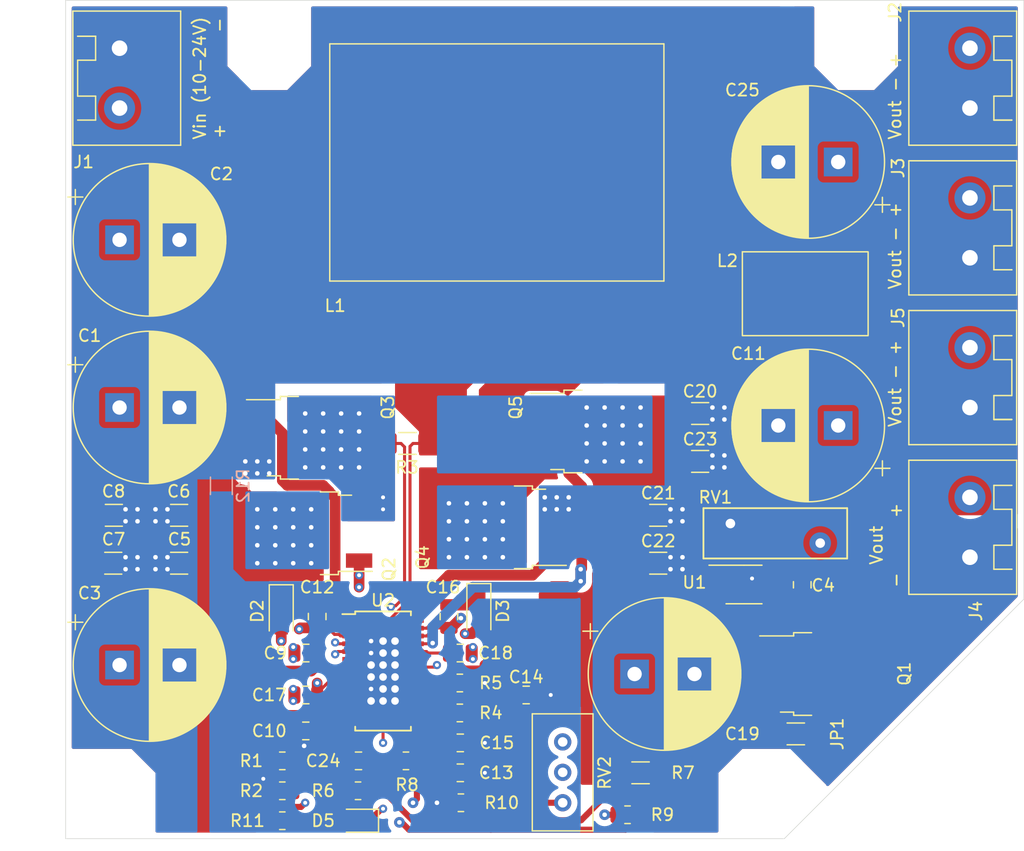
<source format=kicad_pcb>
(kicad_pcb (version 20211014) (generator pcbnew)
  (layers (0 "F.Cu" signal) (1 "In1.Cu" signal) (2 "In2.Cu" signal) (31 "B.Cu" signal) (34 "B.Paste" user) (35 "F.Paste" user) (36 "B.SilkS" user "B.Silkscreen") (37 "F.SilkS" user "F.Silkscreen") (38 "B.Mask" user) (39 "F.Mask" user) (44 "Edge.Cuts" user))
  (net 0 "")
  (net 1 "GND")
  (net 2 "Net-(C1-Pad1)")
  (net 3 "Net-(C11-Pad1)")
  (net 4 "Net-(C10-Pad1)")
  (net 5 "Net-(C12-Pad2)")
  (net 6 "Net-(C12-Pad1)")
  (net 7 "Net-(C13-Pad1)")
  (net 8 "Net-(C14-Pad1)")
  (net 9 "Net-(C15-Pad1)")
  (net 10 "Net-(C16-Pad2)")
  (net 11 "Net-(C16-Pad1)")
  (net 12 "+5V")
  (net 13 "Net-(C18-Pad1)")
  (net 14 "/ISP")
  (net 15 "/ISN")
  (net 16 "Net-(D5-Pad2)")
  (net 17 "/~{PGOOD}")
  (net 18 "/REG_OUT")
  (net 19 "Net-(L1-Pad1)")
  (net 20 "Net-(Q1-Pad1)")
  (net 21 "/TG1")
  (net 22 "Net-(Q3-Pad1)")
  (net 23 "Net-(Q4-Pad1)")
  (net 24 "/TG2")
  (net 25 "Net-(R1-Pad2)")
  (net 26 "Net-(R5-Pad1)")
  (net 27 "Net-(R9-Pad1)")
  (net 28 "/FB")
  (net 33 "GNDPWR")
  (net 34 "Net-(C25-Pad1)")
  (footprint "Capacitor_SMD:C_1206_3216Metric" (layer "F.Cu") (at 34.475 63)
    (fp_text reference "C6")
    (fp_text value "10µF/35V")
  )
  (footprint "Capacitor_SMD:C_1206_3216Metric" (layer "F.Cu") (at 28.975 67 180)
    (fp_text reference "C7")
    (fp_text value "10µF/35V")
  )
  (footprint "Capacitor_SMD:C_0805_2012Metric" (layer "F.Cu") (at 57.95 82)
    (fp_text reference "C15")
    (fp_text value "NI")
  )
  (footprint "Capacitor_SMD:C_0805_2012Metric" (layer "F.Cu") (at 57 71.45 90)
    (fp_text reference "C16")
    (fp_text value "2.2µF/16V")
  )
  (footprint "Capacitor_SMD:C_0805_2012Metric" (layer "F.Cu") (at 57.95 74.5)
    (fp_text reference "C18")
    (fp_text value "1µF/35V")
  )
  (footprint "Capacitor_SMD:C_1206_3216Metric" (layer "F.Cu") (at 77.975 54.5)
    (fp_text reference "C20")
    (fp_text value "22µF/35V")
  )
  (footprint "Capacitor_SMD:C_1206_3216Metric" (layer "F.Cu") (at 74.475 63)
    (fp_text reference "C21")
    (fp_text value "22µF/35V")
  )
  (footprint "Capacitor_SMD:C_1206_3216Metric" (layer "F.Cu") (at 74.475 67)
    (fp_text reference "C22")
    (fp_text value "22µF/35V")
  )
  (footprint "Capacitor_SMD:C_1206_3216Metric" (layer "F.Cu") (at 77.975 58.5)
    (fp_text reference "C23")
    (fp_text value "22µF/35V")
  )
  (footprint "Capacitor_SMD:C_0805_2012Metric" (layer "F.Cu") (at 49.45 83.5 180)
    (fp_text reference "C24")
    (fp_text value "1µF/35V")
  )
  (footprint "Diode_SMD:D_0805_2012Metric" (layer "F.Cu") (at 49.4375 88.5 180)
    (fp_text reference "D5")
    (fp_text value "LED")
  )
  (footprint "t-top:OSTTA020161" (layer "F.Cu") (at 29.5 26.5 -90)
    (fp_text reference "J1")
    (fp_text value "VIN 10-24V")
  )
  (footprint "t-top:OSTTA020161" (layer "F.Cu") (at 100.5 26.5 90)
    (fp_text reference "J2")
    (fp_text value "VOUT")
  )
  (footprint "t-top:OSTTA020161" (layer "F.Cu") (at 100.5 39 90)
    (fp_text reference "J3")
    (fp_text value "VOUT")
  )
  (footprint "t-top:OSTTA020161" (layer "F.Cu") (at 100.5 64 90)
    (fp_text reference "J4")
    (fp_text value "VOUT")
  )
  (footprint "t-top:OSTTA020161" (layer "F.Cu") (at 100.5 51.5 90)
    (fp_text reference "J5")
    (fp_text value "VOUT")
  )
  (footprint "Resistor_SMD:R_0805_2012Metric" (layer "F.Cu") (at 43.0875 83.5)
    (fp_text reference "R1")
    (fp_text value "412k")
  )
  (footprint "Resistor_SMD:R_0805_2012Metric" (layer "F.Cu") (at 43.0875 86 180)
    (fp_text reference "R2")
    (fp_text value "80.6k")
  )
  (footprint "Resistor_SMD:R_0805_2012Metric" (layer "F.Cu") (at 57.9125 79.5)
    (fp_text reference "R4")
    (fp_text value "12k")
  )
  (footprint "Resistor_SMD:R_0805_2012Metric" (layer "F.Cu") (at 57.9125 77)
    (fp_text reference "R5")
    (fp_text value "309k")
  )
  (footprint "Resistor_SMD:R_1206_3216Metric" (layer "F.Cu") (at 73 84.5 180)
    (fp_text reference "R7")
    (fp_text value "RIS")
  )
  (footprint "Resistor_SMD:R_0805_2012Metric" (layer "F.Cu") (at 53.4125 83.5)
    (fp_text reference "R8")
    (fp_text value "10k")
  )
  (footprint "Resistor_SMD:R_0805_2012Metric" (layer "F.Cu") (at 71.9125 88)
    (fp_text reference "R9")
    (fp_text value "FB3")
  )
  (footprint "Resistor_SMD:R_0805_2012Metric" (layer "F.Cu") (at 43.0875 88.5)
    (fp_text reference "R11")
    (fp_text value "301")
  )
  (footprint "Varistor:RV_Disc_D12mm_W4.2mm_P7.5mm" (layer "F.Cu") (at 88 65.32 180)
    (fp_text reference "RV1")
    (fp_text value "V27ZA2P")
  )
  (footprint "Capacitor_SMD:C_1206_3216Metric" (layer "F.Cu") (at 34.475 67)
    (fp_text reference "C5")
    (fp_text value "10µF/35V")
  )
  (footprint "MountingHole:MountingHole_3.2mm_M3" (layer "F.Cu") (at 29 86)
    (fp_text reference "REF**" hide)
    (fp_text value "MountingHole_3.2mm_M3")
  )
  (footprint "MountingHole:MountingHole_3.2mm_M3" (layer "F.Cu") (at 83 86)
    (fp_text reference "REF**" hide)
    (fp_text value "MountingHole_3.2mm_M3")
  )
  (footprint "MountingHole:MountingHole_3.2mm_M3" (layer "F.Cu") (at 91 24)
    (fp_text reference "REF**" hide)
    (fp_text value "MountingHole_3.2mm_M3")
  )
  (footprint "Resistor_SMD:R_0805_2012Metric" (layer "F.Cu") (at 49.4125 86)
    (fp_text reference "R6")
    (fp_text value "10k")
  )
  (footprint "MountingHole:MountingHole_3.2mm_M3" (layer "F.Cu") (at 42 24)
    (fp_text reference "REF**" hide)
    (fp_text value "MountingHole_3.2mm_M3")
  )
  (footprint "Capacitor_THT:CP_Radial_D12.5mm_P5.00mm" (layer "F.Cu") (at 29.5 54)
    (fp_text reference "C1")
    (fp_text value "1000µF/35V")
  )
  (footprint "Capacitor_THT:CP_Radial_D12.5mm_P5.00mm" (layer "F.Cu") (at 29.5 75.5)
    (fp_text reference "C3")
    (fp_text value "1000µF/35V")
  )
  (footprint "Package_TO_SOT_SMD:TO-252-2" (layer "F.Cu") (at 69.075 56)
    (fp_text reference "Q5")
    (fp_text value "TK1R4S04PB")
  )
  (footprint "Capacitor_THT:CP_Radial_D12.5mm_P5.00mm" (layer "F.Cu") (at 89.5 55.5 180)
    (fp_text reference "C11")
    (fp_text value "1000µF/35V")
  )
  (footprint "Capacitor_THT:CP_Radial_D12.5mm_P5.00mm" (layer "F.Cu") (at 89.5 33.5 180)
    (fp_text reference "C25")
    (fp_text value "1000µF/35V")
  )
  (footprint "Package_TO_SOT_SMD:TO-252-2" (layer "F.Cu") (at 88.25 76.25)
    (fp_text reference "Q1")
    (fp_text value "TK1R4S04PB")
  )
  (footprint "Resistor_SMD:R_1206_3216Metric" (layer "F.Cu") (at 85.9625 81.25)
    (fp_text reference "JP1")
    (fp_text value "Jumper")
  )
  (footprint "Capacitor_SMD:C_0805_2012Metric" (layer "F.Cu") (at 86.5 68.8 -90)
    (fp_text reference "C4")
    (fp_text value "47nF/35V")
  )
  (footprint "Package_SO:MSOP-8_3x3mm_P0.65mm" (layer "F.Cu") (at 81.6375 68.775)
    (fp_text reference "U1")
    (fp_text value "LTC4359-MS8")
  )
  (footprint "Package_TO_SOT_SMD:TO-252-2" (layer "F.Cu") (at 61.5 64 180)
    (fp_text reference "Q4")
    (fp_text value "TK1R4S04PB")
  )
  (footprint "Capacitor_SMD:C_0805_2012Metric" (layer "F.Cu") (at 45.05 81 180)
    (fp_text reference "C10")
    (fp_text value "0.47µF/16V")
  )
  (footprint "Capacitor_SMD:C_0805_2012Metric" (layer "F.Cu") (at 46 71.45 90)
    (fp_text reference "C12")
    (fp_text value "2.2µF/16V")
  )
  (footprint "Diode_SMD:D_SOD-123F" (layer "F.Cu") (at 43 71 -90)
    (fp_text reference "D2")
    (fp_text value "SS2040LL")
  )
  (footprint "Capacitor_SMD:C_0805_2012Metric" (layer "F.Cu") (at 45.05 78 180)
    (fp_text reference "C17")
    (fp_text value "4.7µF/16V")
  )
  (footprint "Capacitor_SMD:C_0805_2012Metric" (layer "F.Cu") (at 45.05 74.5 180)
    (fp_text reference "C9")
    (fp_text value "1µF/35V")
  )
  (footprint "Diode_SMD:D_SOD-123F" (layer "F.Cu") (at 59.5 70.9 -90)
    (fp_text reference "D3")
    (fp_text value "SS2040LL")
  )
  (footprint "Package_SO:TSSOP-28-1EP_4.4x9.7mm_P0.65mm" (layer "F.Cu") (at 51.5 76)
    (fp_text reference "U2")
    (fp_text value "LT8392")
  )
  (footprint "Capacitor_THT:CP_Radial_D12.5mm_P5.00mm" (layer "F.Cu") (at 72.5 76.25)
    (fp_text reference "C19")
    (fp_text value "470µF/35V")
  )
  (footprint "Package_TO_SOT_SMD:TO-252-2" (layer "F.Cu") (at 45.4 56.525)
    (fp_text reference "Q3")
    (fp_text value "TK1R4S04PB")
  )
  (footprint "Capacitor_SMD:C_0805_2012Metric" (layer "F.Cu") (at 57.95 84.5)
    (fp_text reference "C13")
    (fp_text value "220nF/16V")
  )
  (footprint "Package_TO_SOT_SMD:TO-252-2" (layer "F.Cu") (at 45.3 64.5 180)
    (fp_text reference "Q2")
    (fp_text value "TK1R4S04PB")
  )
  (footprint "Capacitor_THT:CP_Radial_D12.5mm_P5.00mm" (layer "F.Cu") (at 29.5 40)
    (fp_text reference "C2")
    (fp_text value "1000µF/35V")
  )
  (footprint "Resistor_SMD:R_0805_2012Metric" (layer "F.Cu") (at 58 87)
    (fp_text reference "R10")
    (fp_text value "10k")
  )
  (footprint "Capacitor_SMD:C_0805_2012Metric" (layer "F.Cu") (at 63.45 78)
    (fp_text reference "C14")
    (fp_text value "27nF/16V")
  )
  (footprint "Potentiometer_THT:Potentiometer_Bourns_3296W_Vertical" (layer "F.Cu") (at 66.5 87 -90)
    (fp_text reference "RV2")
    (fp_text value "20k")
  )
  (footprint "Capacitor_SMD:C_1206_3216Metric" (layer "F.Cu") (at 29.025 63 180)
    (fp_text reference "C8")
    (fp_text value "10µF/35V")
  )
  (footprint "t-top:PQ2617BHA-150K" (layer "F.Cu") (at 61 34)
    (fp_text reference "L1")
    (fp_text value "15µH (PQ2617BHA-150K)")
  )
  (footprint "Resistor_SMD:R_1206_3216Metric" (layer "F.Cu") (at 53.5375 57)
    (fp_text reference "R3")
    (fp_text value "0.003/1W")
  )
  (footprint "t-top:PA4987.XXXHL" (layer "F.Cu") (at 86.5 44.5)
    (fp_text reference "L2")
    (fp_text value "1µH (PA4987.102HLT)")
  )
  (footprint "Resistor_SMD:R_1206_3216Metric" (layer "B.Cu") (at 38 60.5375 90)
    (fp_text reference "R12")
    (fp_text value "0")
  )
  (gr_line (start 105 70) (end 105 20) (layer "Edge.Cuts") (width 0.05))
  (gr_line (start 25 20) (end 105 20) (layer "Edge.Cuts") (width 0.05))
  (gr_line (start 25 20) (end 25 90) (layer "Edge.Cuts") (width 0.05))
  (gr_line (start 25 90) (end 85 90) (layer "Edge.Cuts") (width 0.05))
  (gr_line (start 85 90) (end 105 70) (layer "Edge.Cuts") (width 0.05))
  (gr_text "Vout - +" (at 94.25 28 90) (layer "F.SilkS") (effects (font (size 1 1))))
  (gr_text "Vout\n-      +" (at 93.5 65.5 90) (layer "F.SilkS") (effects (font (size 1 1))))
  (gr_text "Vout - +" (at 94.25 52 90) (layer "F.SilkS") (effects (font (size 1 1))))
  (gr_text "Vin (10-24V)\n+          -" (at 37 26.5 90) (layer "F.SilkS") (effects (font (size 1 1))))
  (gr_text "Vout - +" (at 94.25 40.5 90) (layer "F.SilkS") (effects (font (size 1 1))))
  (segment (start 58.9 84.5) (end 60 84.5) (width 0.508) (layer "F.Cu") (net 1))
  (segment (start 44.1 81) (end 44.1 81.439) (width 0.508) (layer "F.Cu") (net 1))
  (segment (start 42.175 85.675) (end 41.5 85) (width 0.508) (layer "F.Cu") (net 1))
  (segment (start 58.825 77) (end 60 77) (width 0.508) (layer "F.Cu") (net 1))
  (segment (start 64.4 78) (end 65.5 78) (width 0.508) (layer "F.Cu") (net 1))
  (segment (start 44.1 81.439) (end 44.911 82.25) (width 0.508) (layer "F.Cu") (net 1))
  (segment (start 48.65 77.625) (end 50.375 77.625) (width 0.254) (layer "F.Cu") (net 1))
  (segment (start 57.0875 87) (end 56 87) (width 0.508) (layer "F.Cu") (net 1))
  (segment (start 50.375 77.625) (end 50.5 77.5) (width 0.254) (layer "F.Cu") (net 1))
  (segment (start 42.175 86) (end 42.175 85.675) (width 0.508) (layer "F.Cu") (net 1))
  (segment (start 58.9 82) (end 60 82) (width 0.508) (layer "F.Cu") (net 1))
  (via (at 51.5 77.5) (size 1.016) (drill 0.635) (layers "F.Cu" "B.Cu") (net 1))
  (via (at 51.5 74.5) (size 1.016) (drill 0.635) (layers "F.Cu" "B.Cu") (net 1))
  (via (at 52.5 78.5) (size 1.016) (drill 0.635) (layers "F.Cu" "B.Cu") (net 1))
  (via (at 44.911 82.25) (size 0.889) (drill 0.381) (layers "F.Cu" "B.Cu") (net 1))
  (via (at 51.5 75.5) (size 1.016) (drill 0.635) (layers "F.Cu" "B.Cu") (net 1))
  (via (at 65.5 78) (size 0.6858) (drill 0.3302) (layers "F.Cu" "B.Cu") (net 1))
  (via (at 50.5 75.5) (size 1.016) (drill 0.635) (layers "F.Cu" "B.Cu") (net 1))
  (via (at 60 77) (size 0.6858) (drill 0.3302) (layers "F.Cu" "B.Cu") (net 1))
  (via (at 56 87) (size 0.889) (drill 0.381) (layers "F.Cu" "B.Cu") (net 1))
  (via (at 52.5 77.5) (size 1.016) (drill 0.635) (layers "F.Cu" "B.Cu") (net 1))
  (via (at 50.5 77.5) (size 0.889) (drill 0.381) (layers "F.Cu" "B.Cu") (net 1))
  (via (at 51.5 76.5) (size 1.016) (drill 0.635) (layers "F.Cu" "B.Cu") (net 1))
  (via (at 50.5 78.5) (size 1.016) (drill 0.635) (layers "F.Cu" "B.Cu") (net 1))
  (via (at 50.5 74.5) (size 0.889) (drill 0.381) (layers "F.Cu" "B.Cu") (net 1))
  (via (at 52.5 74.5) (size 1.016) (drill 0.635) (layers "F.Cu" "B.Cu") (net 1))
  (via (at 52.5 76.5) (size 1.016) (drill 0.635) (layers "F.Cu" "B.Cu") (net 1))
  (via (at 60 82) (size 0.6858) (drill 0.3302) (layers "F.Cu" "B.Cu") (net 1))
  (via (at 50.5 76.5) (size 1.016) (drill 0.635) (layers "F.Cu" "B.Cu") (net 1))
  (via (at 52.5 75.5) (size 1.016) (drill 0.635) (layers "F.Cu" "B.Cu") (net 1))
  (via (at 60 84.5) (size 0.6858) (drill 0.3302) (layers "F.Cu" "B.Cu") (net 1))
  (via (at 50.5 73.5) (size 0.889) (drill 0.381) (layers "F.Cu" "B.Cu") (net 1))
  (via (at 51.5 78.5) (size 1.016) (drill 0.635) (layers "F.Cu" "B.Cu") (net 1))
  (via (at 52.5 73.5) (size 1.016) (drill 0.635) (layers "F.Cu" "B.Cu") (net 1))
  (via (at 41.5 85) (size 0.6858) (drill 0.3302) (layers "F.Cu" "B.Cu") (net 1))
  (via (at 51.5 73.5) (size 1.016) (drill 0.635) (layers "F.Cu" "B.Cu") (net 1))
  (segment (start 43.2 64.5) (end 43.2 63.3) (width 0.889) (layer "F.Cu") (net 2))
  (segment (start 43.2 66.3) (end 42.5 67) (width 0.889) (layer "F.Cu") (net 2))
  (segment (start 42 77) (end 42 83.325) (width 0.889) (layer "F.Cu") (net 2))
  (segment (start 42 64.5) (end 41 65.5) (width 0.889) (layer "F.Cu") (net 2))
  (segment (start 46 75.5) (end 45.5 76) (width 0.889) (layer "F.Cu") (net 2))
  (segment (start 43.2 64.8) (end 41 67) (width 0.889) (layer "F.Cu") (net 2))
  (segment (start 45 64.5) (end 45.5 64) (width 0.889) (layer "F.Cu") (net 2))
  (segment (start 46.175 75.675) (end 46 75.5) (width 0.254) (layer "F.Cu") (net 2))
  (segment (start 45.5 76) (end 43 76) (width 0.889) (layer "F.Cu") (net 2))
  (segment (start 43.2 64.5) (end 45 64.5) (width 0.889) (layer "F.Cu") (net 2))
  (segment (start 43.2 64.5) (end 42 64.5) (width 0.889) (layer "F.Cu") (net 2))
  (segment (start 43.2 64.5) (end 44.5 64.5) (width 0.889) (layer "F.Cu") (net 2))
  (segment (start 43.2 64.5) (end 43.2 66.3) (width 0.889) (layer "F.Cu") (net 2))
  (segment (start 43.2 64.7) (end 44 65.5) (width 0.889) (layer "F.Cu") (net 2))
  (segment (start 43.2 64.8) (end 42.5 65.5) (width 0.889) (layer "F.Cu") (net 2))
  (segment (start 44.5 64.5) (end 45.5 65.5) (width 0.889) (layer "F.Cu") (net 2))
  (segment (start 42.5 64) (end 41 62.5) (width 0.889) (layer "F.Cu") (net 2))
  (segment (start 46 74.5) (end 46 75.5) (width 0.889) (layer "F.Cu") (net 2))
  (segment (start 43.2 64.5) (end 43.2 66.2) (width 0.889) (layer "F.Cu") (net 2))
  (segment (start 43.2 66.2) (end 44 67) (width 0.889) (layer "F.Cu") (net 2))
  (segment (start 43 64.5) (end 42.5 64) (width 0.889) (layer "F.Cu") (net 2))
  (segment (start 43.2 64.5) (end 43.5 64.5) (width 0.889) (layer "F.Cu") (net 2))
  (segment (start 43.2 63.3) (end 44 62.5) (width 0.889) (layer "F.Cu") (net 2))
  (segment (start 41.5 64.5) (end 41 64) (width 0.889) (layer "F.Cu") (net 2))
  (segment (start 42 83.325) (end 42.175 83.5) (width 0.889) (layer "F.Cu") (net 2))
  (segment (start 42.175 83.5) (end 40 83.5) (width 0.889) (layer "F.Cu") (net 2))
  (segment (start 43.2 64.5) (end 41.5 64.5) (width 0.889) (layer "F.Cu") (net 2))
  (segment (start 43.5 64.5) (end 44 64) (width 0.889) (layer "F.Cu") (net 2))
  (segment (start 43.2 64.7) (end 45.5 67) (width 0.889) (layer "F.Cu") (net 2))
  (segment (start 48.65 75.675) (end 46.175 75.675) (width 0.254) (layer "F.Cu") (net 2))
  (segment (start 43.2 63.2) (end 42.5 62.5) (width 0.889) (layer "F.Cu") (net 2))
  (segment (start 43 76) (end 42 77) (width 0.889) (layer "F.Cu") (net 2))
  (segment (start 44 64) (end 45.5 62.5) (width 0.889) (layer "F.Cu") (net 2))
  (segment (start 43.2 64.5) (end 43.2 63.2) (width 0.889) (layer "F.Cu") (net 2))
  (segment (start 43.2 64.5) (end 43 64.5) (width 0.889) (layer "F.Cu") (net 2))
  (segment (start 43.2 64.5) (end 43.2 64.8) (width 0.889) (layer "F.Cu") (net 2))
  (segment (start 43.2 64.5) (end 43.2 64.7) (width 0.889) (layer "F.Cu") (net 2))
  (via (at 42.5 65.5) (size 0.889) (drill 0.381) (layers "F.Cu" "B.Cu") (net 2))
  (via (at 45.5 67) (size 0.889) (drill 0.381) (layers "F.Cu" "B.Cu") (net 2))
  (via (at 42.5 67) (size 0.889) (drill 0.381) (layers "F.Cu" "B.Cu") (net 2))
  (via (at 45.5 65.5) (size 0.889) (drill 0.381) (layers "F.Cu" "B.Cu") (net 2))
  (via (at 44 65.5) (size 0.889) (drill 0.381) (layers "F.Cu" "B.Cu") (net 2))
  (via (at 44 67) (size 0.889) (drill 0.381) (layers "F.Cu" "B.Cu") (net 2))
  (via (at 42.5 62.5) (size 0.889) (drill 0.381) (layers "F.Cu" "B.Cu") (net 2))
  (via (at 44 64) (size 0.889) (drill 0.381) (layers "F.Cu" "B.Cu") (net 2))
  (via (at 41 67) (size 0.889) (drill 0.381) (layers "F.Cu" "B.Cu") (net 2))
  (via (at 42.5 64) (size 0.889) (drill 0.381) (layers "F.Cu" "B.Cu") (net 2))
  (via (at 41 62.5) (size 0.889) (drill 0.381) (layers "F.Cu" "B.Cu") (net 2))
  (via (at 41 64) (size 0.889) (drill 0.381) (layers "F.Cu" "B.Cu") (net 2))
  (via (at 45.5 64) (size 0.889) (drill 0.381) (layers "F.Cu" "B.Cu") (net 2))
  (via (at 41 65.5) (size 0.889) (drill 0.381) (layers "F.Cu" "B.Cu") (net 2))
  (via (at 44 62.5) (size 0.889) (drill 0.381) (layers "F.Cu" "B.Cu") (net 2))
  (via (at 45.5 62.5) (size 0.889) (drill 0.381) (layers "F.Cu" "B.Cu") (net 2))
  (segment (start 86.45 67.8) (end 86.5 67.85) (width 0.254) (layer "F.Cu") (net 3))
  (segment (start 83.75 67.8) (end 86.45 67.8) (width 0.254) (layer "F.Cu") (net 3))
  (segment (start 46.425 79.575) (end 46 80) (width 0.254) (layer "F.Cu") (net 4))
  (segment (start 47.725 78.275) (end 47.575 78.425) (width 0.254) (layer "F.Cu") (net 4))
  (segment (start 47.575 78.925) (end 47.575 79.575) (width 0.254) (layer "F.Cu") (net 4))
  (segment (start 48.65 79.575) (end 47.575 79.575) (width 0.254) (layer "F.Cu") (net 4))
  (segment (start 47.575 78.425) (end 47.575 78.925) (width 0.254) (layer "F.Cu") (net 4))
  (segment (start 48.65 78.275) (end 47.725 78.275) (width 0.254) (layer "F.Cu") (net 4))
  (segment (start 46 81) (end 46 80) (width 0.254) (layer "F.Cu") (net 4))
  (segment (start 48.65 78.925) (end 47.575 78.925) (width 0.254) (layer "F.Cu") (net 4))
  (segment (start 47.575 79.575) (end 46.425 79.575) (width 0.254) (layer "F.Cu") (net 4))
  (segment (start 47.5 71) (end 47.5 72) (width 0.254) (layer "F.Cu") (net 5))
  (segment (start 43.9 70.5) (end 43 69.6) (width 0.889) (layer "F.Cu") (net 5))
  (segment (start 47.925 72.425) (end 48.65 72.425) (width 0.254) (layer "F.Cu") (net 5))
  (segment (start 46 70.5) (end 47 70.5) (width 0.254) (layer "F.Cu") (net 5))
  (segment (start 47.5 72) (end 47.925 72.425) (width 0.254) (layer "F.Cu") (net 5))
  (segment (start 46 70.5) (end 43.9 70.5) (width 0.889) (layer "F.Cu") (net 5))
  (segment (start 47 70.5) (end 47.5 71) (width 0.254) (layer "F.Cu") (net 5))
  (segment (start 53.29599 69.811944) (end 53.29599 57.29599) (width 0.254) (layer "F.Cu") (net 6))
  (segment (start 47.821553 72.944296) (end 47.444296 72.944296) (width 0.254) (layer "F.Cu") (net 6))
  (segment (start 49.5 62.22) (end 50.22 62.22) (width 1.27) (layer "F.Cu") (net 6))
  (segment (start 48.65 74.375) (end 47.726597 74.375) (width 0.254) (layer "F.Cu") (net 6))
  (segment (start 53 57) (end 52.075 57) (width 0.254) (layer "F.Cu") (net 6))
  (segment (start 46 72.4) (end 44.6 72.4) (width 0.889) (layer "F.Cu") (net 6))
  (segment (start 47.444296 72.944296) (end 46.9 72.4) (width 0.254) (layer "F.Cu") (net 6))
  (segment (start 48.65 73.075) (end 47.952257 73.075) (width 0.254) (layer "F.Cu") (net 6))
  (segment (start 46.9 72.4) (end 46 72.4) (width 0.254) (layer "F.Cu") (net 6))
  (segment (start 47.952257 73.075) (end 47.821553 72.944296) (width 0.254) (layer "F.Cu") (net 6))
  (segment (start 49.5 62.22) (end 51.22 62.22) (width 0.889) (layer "F.Cu") (net 6))
  (segment (start 53.29599 57.29599) (end 53 57) (width 0.254) (layer "F.Cu") (net 6))
  (segment (start 52.248651 70.553967) (end 52.151309 70.651309) (width 0.254) (layer "F.Cu") (net 6))
  (segment (start 51.22 62.22) (end 51.5 62.5) (width 0.889) (layer "F.Cu") (net 6))
  (segment (start 47.726597 74.375) (end 47.5 74.601597) (width 0.254) (layer "F.Cu") (net 6))
  (segment (start 44.6 72.4) (end 44.5 72.5) (width 0.889) (layer "F.Cu") (net 6))
  (segment (start 52.553967 70.553967) (end 52.248651 70.553967) (width 0.254) (layer "F.Cu") (net 6))
  (segment (start 52.553967 70.553967) (end 53.29599 69.811944) (width 0.254) (layer "F.Cu") (net 6))
  (via (at 45 56) (size 0.889) (drill 0.381) (layers "F.Cu" "B.Cu") (net 6))
  (via (at 48 59) (size 0.889) (drill 0.381) (layers "F.Cu" "B.Cu") (net 6))
  (via (at 51.5 62.5) (size 0.6858) (drill 0.3302) (layers "F.Cu" "B.Cu") (net 6))
  (via (at 46.5 57.5) (size 0.889) (drill 0.381) (layers "F.Cu" "B.Cu") (net 6))
  (via (at 46.5 59) (size 0.889) (drill 0.381) (layers "F.Cu" "B.Cu") (net 6))
  (via (at 48 54.5) (size 0.889) (drill 0.381) (layers "F.Cu" "B.Cu") (net 6))
  (via (at 45 59) (size 0.889) (drill 0.381) (layers "F.Cu" "B.Cu") (net 6))
  (via (at 47.5 74.601597) (size 0.6858) (drill 0.3302) (layers "F.Cu" "B.Cu") (net 6))
  (via (at 49.5 56) (size 0.889) (drill 0.381) (layers "F.Cu" "B.Cu") (net 6))
  (via (at 49.5 57.5) (size 0.889) (drill 0.381) (layers "F.Cu" "B.Cu") (net 6))
  (via (at 52.151309 70.651309) (size 0.6858) (drill 0.3302) (layers "F.Cu" "B.Cu") (net 6))
  (via (at 45 54.5) (size 0.889) (drill 0.381) (layers "F.Cu" "B.Cu") (net 6))
  (via (at 46.5 54.5) (size 0.889) (drill 0.381) (layers "F.Cu" "B.Cu") (net 6))
  (via (at 49.5 54.5) (size 0.889) (drill 0.381) (layers "F.Cu" "B.Cu") (net 6))
  (via (at 48 57.5) (size 0.889) (drill 0.381) (layers "F.Cu" "B.Cu") (net 6))
  (via (at 46.5 56) (size 0.889) (drill 0.381) (layers "F.Cu" "B.Cu") (net 6))
  (via (at 45 57.5) (size 0.889) (drill 0.381) (layers "F.Cu" "B.Cu") (net 6))
  (via (at 48 56) (size 0.889) (drill 0.381) (layers "F.Cu" "B.Cu") (net 6))
  (via (at 44.5 72.5) (size 0.6858) (drill 0.3302) (layers "F.Cu" "B.Cu") (net 6))
  (via (at 51.5 61.5) (size 0.6858) (drill 0.3302) (layers "F.Cu" "B.Cu") (net 6))
  (via (at 49.5 59) (size 0.889) (drill 0.381) (layers "F.Cu" "B.Cu") (net 6))
  (segment (start 55.5 83) (end 57 84.5) (width 0.254) (layer "F.Cu") (net 7))
  (segment (start 55.5 78.621) (end 55.5 83) (width 0.254) (layer "F.Cu") (net 7))
  (segment (start 54.35 78.275) (end 55.154 78.275) (width 0.254) (layer "F.Cu") (net 7))
  (segment (start 55.154 78.275) (end 55.5 78.621) (width 0.254) (layer "F.Cu") (net 7))
  (segment (start 61.5 78) (end 60 79.5) (width 0.508) (layer "F.Cu") (net 8))
  (segment (start 60 79.5) (end 58.825 79.5) (width 0.508) (layer "F.Cu") (net 8))
  (segment (start 62.5 78) (end 61.5 78) (width 0.508) (layer "F.Cu") (net 8))
  (segment (start 55.446482 76.975) (end 54.35 76.975) (width 0.254) (layer "F.Cu") (net 9))
  (segment (start 57 79.5) (end 57 82) (width 0.508) (layer "F.Cu") (net 9))
  (segment (start 57 79.5) (end 57 78.528518) (width 0.254) (layer "F.Cu") (net 9))
  (segment (start 57 78.528518) (end 55.446482 76.975) (width 0.254) (layer "F.Cu") (net 9))
  (segment (start 55.154 72.425) (end 57 70.579) (width 0.254) (layer "F.Cu") (net 10))
  (segment (start 57 70.5) (end 58.5 70.5) (width 0.889) (layer "F.Cu") (net 10))
  (segment (start 58.5 70.5) (end 59.5 69.5) (width 0.889) (layer "F.Cu") (net 10))
  (segment (start 54.35 72.425) (end 55.154 72.425) (width 0.254) (layer "F.Cu") (net 10))
  (segment (start 57 70.579) (end 57 70.5) (width 0.254) (layer "F.Cu") (net 10))
  (segment (start 57.5 64) (end 57 63.5) (width 0.889) (layer "F.Cu") (net 11))
  (segment (start 59.4 64.1) (end 58.5 65) (width 0.889) (layer "F.Cu") (net 11))
  (segment (start 59.4 65.9) (end 60 66.5) (width 0.889) (layer "F.Cu") (net 11))
  (segment (start 55.146067 73.074999) (end 55.821066 72.4) (width 0.254) (layer "F.Cu") (net 11))
  (segment (start 60.5 64) (end 61.5 65) (width 0.889) (layer "F.Cu") (net 11))
  (segment (start 55.821066 72.4) (end 57 72.4) (width 0.254) (layer "F.Cu") (net 11))
  (segment (start 59.4 64) (end 59.4 62.6) (width 0.889) (layer "F.Cu") (net 11))
  (segment (start 59.4 64) (end 59.4 65.6) (width 0.889) (layer "F.Cu") (net 11))
  (segment (start 59.4 65.6) (end 58.5 66.5) (width 0.889) (layer "F.Cu") (net 11))
  (segment (start 59.4 64) (end 59.4 64.1) (width 0.889) (layer "F.Cu") (net 11))
  (segment (start 59.4 64) (end 59 64) (width 0.889) (layer "F.Cu") (net 11))
  (segment (start 58.5 63.5) (end 57 62) (width 0.889) (layer "F.Cu") (net 11))
  (segment (start 59.4 64) (end 59.5 64) (width 0.889) (layer "F.Cu") (net 11))
  (segment (start 59.4 64.4) (end 60 65) (width 0.889) (layer "F.Cu") (net 11))
  (segment (start 60 63.5) (end 61.5 62) (width 0.889) (layer "F.Cu") (net 11))
  (segment (start 59.4 62.9) (end 58.5 62) (width 0.889) (layer "F.Cu") (net 11))
  (segment (start 59.5 64) (end 60 63.5) (width 0.889) (layer "F.Cu") (net 11))
  (segment (start 59.4 62.6) (end 60 62) (width 0.889) (layer "F.Cu") (net 11))
  (segment (start 54.35 73.075) (end 55.146067 73.074999) (width 0.254) (layer "F.Cu") (net 11))
  (segment (start 59.4 64) (end 59.4 65.9) (width 0.889) (layer "F.Cu") (net 11))
  (segment (start 59.4 64) (end 59.4 64.4) (width 0.889) (layer "F.Cu") (net 11))
  (segment (start 59.4 64) (end 61 64) (width 0.889) (layer "F.Cu") (net 11))
  (segment (start 59.4 64) (end 59.4 62.9) (width 0.889) (layer "F.Cu") (net 11))
  (segment (start 59.4 64.1) (end 57 66.5) (width 0.889) (layer "F.Cu") (net 11))
  (segment (start 61 64) (end 61.5 63.5) (width 0.889) (layer "F.Cu") (net 11))
  (segment (start 59.4 64) (end 58 64) (width 0.889) (layer "F.Cu") (net 11))
  (segment (start 59.4 64) (end 57.5 64) (width 0.889) (layer "F.Cu") (net 11))
  (segment (start 58 64) (end 57 65) (width 0.889) (layer "F.Cu") (net 11))
  (segment (start 59.4 64.4) (end 61.5 66.5) (width 0.889) (layer "F.Cu") (net 11))
  (segment (start 59.4 64) (end 60.5 64) (width 0.889) (layer "F.Cu") (net 11))
  (segment (start 57.189 72.4) (end 58 71.589) (width 0.889) (layer "F.Cu") (net 11))
  (segment (start 59 64) (end 58.5 63.5) (width 0.889) (layer "F.Cu") (net 11))
  (segment (start 57 72.4) (end 57.189 72.4) (width 0.889) (layer "F.Cu") (net 11))
  (via (at 60 66.5) (size 0.889) (drill 0.381) (layers "F.Cu" "B.Cu") (net 11))
  (via (at 60 65) (size 0.889) (drill 0.381) (layers "F.Cu" "B.Cu") (net 11))
  (via (at 60 62) (size 0.889) (drill 0.381) (layers "F.Cu" "B.Cu") (net 11))
  (via (at 61.5 63.5) (size 0.889) (drill 0.381) (layers "F.Cu" "B.Cu") (net 11))
  (via (at 57 66.5) (size 0.889) (drill 0.381) (layers "F.Cu" "B.Cu") (net 11))
  (via (at 57 62) (size 0.889) (drill 0.381) (layers "F.Cu" "B.Cu") (net 11))
  (via (at 58 71.589) (size 0.889) (drill 0.381) (layers "F.Cu" "B.Cu") (net 11))
  (via (at 60 63.5) (size 0.889) (drill 0.381) (layers "F.Cu" "B.Cu") (net 11))
  (via (at 58.5 63.5) (size 0.889) (drill 0.381) (layers "F.Cu" "B.Cu") (net 11))
  (via (at 57 65) (size 0.889) (drill 0.381) (layers "F.Cu" "B.Cu") (net 11))
  (via (at 58.5 65) (size 0.889) (drill 0.381) (layers "F.Cu" "B.Cu") (net 11))
  (via (at 58.5 66.5) (size 0.889) (drill 0.381) (layers "F.Cu" "B.Cu") (net 11))
  (via (at 58.5 62) (size 0.889) (drill 0.381) (layers "F.Cu" "B.Cu") (net 11))
  (via (at 61.5 62) (size 0.889) (drill 0.381) (layers "F.Cu" "B.Cu") (net 11))
  (via (at 61.5 65) (size 0.889) (drill 0.381) (layers "F.Cu" "B.Cu") (net 11))
  (via (at 57 63.5) (size 0.889) (drill 0.381) (layers "F.Cu" "B.Cu") (net 11))
  (via (at 61.5 66.5) (size 0.889) (drill 0.381) (layers "F.Cu" "B.Cu") (net 11))
  (segment (start 46 78) (end 46 77) (width 0.889) (layer "F.Cu") (net 12))
  (segment (start 58.350678 72.884282) (end 58.915718 72.884282) (width 0.889) (layer "F.Cu") (net 12))
  (segment (start 45 87) (end 44.65401 87.34599) (width 0.508) (layer "F.Cu") (net 12))
  (segment (start 48.65 76.325) (end 47.532933 76.325) (width 0.254) (layer "F.Cu") (net 12))
  (segment (start 54.35 75.675) (end 55.825 75.675) (width 0.254) (layer "F.Cu") (net 12))
  (segment (start 47.532933 76.325) (end 46 77.857933) (width 0.254) (layer "F.Cu") (net 12))
  (segment (start 46 77.857933) (end 46 78) (width 0.254) (layer "F.Cu") (net 12))
  (segment (start 43 73.5) (end 43 72.4) (width 0.889) (layer "F.Cu") (net 12))
  (segment (start 43.32901 87.34599) (end 42.175 88.5) (width 0.508) (layer "F.Cu") (net 12))
  (segment (start 44.65401 87.34599) (end 43.32901 87.34599) (width 0.508) (layer "F.Cu") (net 12))
  (segment (start 58.915718 72.884282) (end 59.5 72.3) (width 0.889) (layer "F.Cu") (net 12))
  (segment (start 55.825 75.675) (end 56 75.5) (width 0.254) (layer "F.Cu") (net 12))
  (via (at 58.350678 72.884282) (size 0.6858) (drill 0.3302) (layers "F.Cu" "B.Cu") (net 12))
  (via (at 56 75.5) (size 0.6858) (drill 0.3302) (layers "F.Cu" "B.Cu") (net 12))
  (via (at 43 73.5) (size 0.6858) (drill 0.3302) (layers "F.Cu" "B.Cu") (net 12))
  (via (at 46 77) (size 0.6858) (drill 0.3302) (layers "F.Cu" "B.Cu") (net 12))
  (via (at 45 87) (size 0.6858) (drill 0.3302) (layers "F.Cu" "B.Cu") (net 12))
  (segment (start 72.5 84.5) (end 72.75 84.75) (width 0.254) (layer "F.Cu") (net 13))
  (segment (start 55.25 74.5) (end 55.187715 74.437715) (width 0.254) (layer "F.Cu") (net 13))
  (segment (start 55.125 74.375) (end 55.187715 74.437715) (width 0.254) (layer "F.Cu") (net 13))
  (segment (start 72.75 85.25) (end 72.75 85.75) (width 0.254) (layer "F.Cu") (net 13))
  (segment (start 54.35 74.375) (end 55.125 74.375) (width 0.254) (layer "F.Cu") (net 13))
  (segment (start 72.75 85.75) (end 72.5 86) (width 0.254) (layer "F.Cu") (net 13))
  (segment (start 59.703099 75.796901) (end 60 75.5) (width 0.508) (layer "F.Cu") (net 13))
  (segment (start 51.5 86) (end 50.325 86) (width 0.508) (layer "F.Cu") (net 13))
  (segment (start 54.35 75.025) (end 55.15043 75.025) (width 0.254) (layer "F.Cu") (net 13))
  (segment (start 57 74.5) (end 55.25 74.5) (width 0.254) (layer "F.Cu") (net 13))
  (segment (start 72.5 75.5) (end 60 75.5) (width 0.889) (layer "F.Cu") (net 13))
  (segment (start 55.187715 74.437715) (end 55.187715 74.987715) (width 0.254) (layer "F.Cu") (net 13))
  (segment (start 72.75 84.75) (end 72.75 85.25) (width 0.254) (layer "F.Cu") (net 13))
  (segment (start 72 86.5) (end 72.5 86) (width 0.508) (layer "F.Cu") (net 13))
  (segment (start 71.5375 84.5) (end 72.5 84.5) (width 0.254) (layer "F.Cu") (net 13))
  (segment (start 53.95801 88.45801) (end 68.04199 88.45801) (width 0.508) (layer "F.Cu") (net 13))
  (segment (start 58.296901 75.796901) (end 59.703099 75.796901) (width 0.508) (layer "F.Cu") (net 13))
  (segment (start 55.15043 75.025) (end 55.187715 74.987715) (width 0.254) (layer "F.Cu") (net 13))
  (segment (start 68.5 88) (end 70 86.5) (width 0.508) (layer "F.Cu") (net 13))
  (segment (start 68.04199 88.45801) (end 68.5 88) (width 0.508) (layer "F.Cu") (net 13))
  (segment (start 72.203099 75.796901) (end 72.5 75.5) (width 0.508) (layer "F.Cu") (net 13))
  (segment (start 57 74.5) (end 58.296901 75.796901) (width 0.508) (layer "F.Cu") (net 13))
  (segment (start 72.5 75.5) (end 72.5 76.75) (width 0.508) (layer "F.Cu") (net 13))
  (segment (start 53.95801 88.45801) (end 51.5 86) (width 0.508) (layer "F.Cu") (net 13))
  (segment (start 70 86.5) (end 72 86.5) (width 0.508) (layer "F.Cu") (net 13))
  (via (at 68.5 57) (size 0.889) (drill 0.381) (layers "F.Cu" "B.Cu") (net 13))
  (via (at 73 55.5) (size 0.889) (drill 0.381) (layers "F.Cu" "B.Cu") (net 13))
  (via (at 68.5 55.5) (size 0.889) (drill 0.381) (layers "F.Cu" "B.Cu") (net 13))
  (via (at 70 57) (size 0.889) (drill 0.381) (layers "F.Cu" "B.Cu") (net 13))
  (via (at 71.5 55.5) (size 0.889) (drill 0.381) (layers "F.Cu" "B.Cu") (net 13))
  (via (at 70 58.5) (size 0.889) (drill 0.381) (layers "F.Cu" "B.Cu") (net 13))
  (via (at 68.5 54) (size 0.889) (drill 0.381) (layers "F.Cu" "B.Cu") (net 13))
  (via (at 70 54) (size 0.889) (drill 0.381) (layers "F.Cu" "B.Cu") (net 13))
  (via (at 73 58.5) (size 0.889) (drill 0.381) (layers "F.Cu" "B.Cu") (net 13))
  (via (at 71.5 58.5) (size 0.889) (drill 0.381) (layers "F.Cu" "B.Cu") (net 13))
  (via (at 73 57) (size 0.889) (drill 0.381) (layers "F.Cu" "B.Cu") (net 13))
  (via (at 71.5 54) (size 0.889) (drill 0.381) (layers "F.Cu" "B.Cu") (net 13))
  (via (at 71.5 57) (size 0.889) (drill 0.381) (layers "F.Cu" "B.Cu") (net 13))
  (via (at 70 55.5) (size 0.889) (drill 0.381) (layers "F.Cu" "B.Cu") (net 13))
  (via (at 68.5 58.5) (size 0.889) (drill 0.381) (layers "F.Cu" "B.Cu") (net 13))
  (via (at 73 54) (size 0.889) (drill 0.381) (layers "F.Cu" "B.Cu") (net 13))
  (segment (start 48.5 83.5) (end 48.5 86) (width 0.508) (layer "F.Cu") (net 14))
  (segment (start 48.65 83.35) (end 48.5 83.5) (width 0.254) (layer "F.Cu") (net 14))
  (segment (start 48.65 80.225) (end 48.65 83.35) (width 0.254) (layer "F.Cu") (net 14))
  (segment (start 52.5 82.5) (end 52.5 83.5) (width 0.254) (layer "F.Cu") (net 15))
  (segment (start 52.5 82.5) (end 54.35 80.65) (width 0.254) (layer "F.Cu") (net 15))
  (segment (start 50.4 83.5) (end 52.5 83.5) (width 0.508) (layer "F.Cu") (net 15))
  (segment (start 54.35 80.65) (end 54.35 80.225) (width 0.254) (layer "F.Cu") (net 15))
  (segment (start 48.5 88.5) (end 44 88.5) (width 0.508) (layer "F.Cu") (net 16))
  (segment (start 53.546 78.925) (end 51.5 80.971) (width 0.254) (layer "F.Cu") (net 17))
  (segment (start 51.5 87.5) (end 51.375 87.5) (width 0.508) (layer "F.Cu") (net 17))
  (segment (start 51.5 80.971) (end 51.5 82) (width 0.254) (layer "F.Cu") (net 17))
  (segment (start 51.375 87.5) (end 50.375 88.5) (width 0.508) (layer "F.Cu") (net 17))
  (segment (start 54.35 78.925) (end 53.546 78.925) (width 0.254) (layer "F.Cu") (net 17))
  (via (at 51.5 87.5) (size 0.6858) (drill 0.3302) (layers "F.Cu" "B.Cu") (net 17))
  (via (at 51.5 82) (size 0.6858) (drill 0.3302) (layers "F.Cu" "B.Cu") (net 17))
  (segment (start 73.5 84.5) (end 73.20401 84.79599) (width 0.254) (layer "F.Cu") (net 18))
  (segment (start 85.25 72.5) (end 86 73.25) (width 0.254) (layer "F.Cu") (net 18))
  (segment (start 81.1125 69.75) (end 81.1375 69.775) (width 0.254) (layer "F.Cu") (net 18))
  (segment (start 80.8125 68.45) (end 81.1375 68.775) (width 0.254) (layer "F.Cu") (net 18))
  (segment (start 81.1375 69.775) (end 81.1375 72.8875) (width 0.254) (layer "F.Cu") (net 18))
  (segment (start 85.72 78.53) (end 84.05 78.53) (width 0.254) (layer "F.Cu") (net 18))
  (segment (start 81.1375 72.8875) (end 82.25 74) (width 0.254) (layer "F.Cu") (net 18))
  (segment (start 81.1375 68.775) (end 81.1375 69.775) (width 0.254) (layer "F.Cu") (net 18))
  (segment (start 54.325 86.675) (end 54 87) (width 0.508) (layer "F.Cu") (net 18))
  (segment (start 86 78.25) (end 85.72 78.53) (width 0.254) (layer "F.Cu") (net 18))
  (segment (start 71.75 89.25) (end 60.5 89.25) (width 0.508) (layer "F.Cu") (net 18))
  (segment (start 60.5 89.25) (end 53.664743 89.25) (width 0.508) (layer "F.Cu") (net 18))
  (segment (start 84.9 69.75) (end 85.25 70.1) (width 0.254) (layer "F.Cu") (net 18))
  (segment (start 83.75 69.75) (end 84.9 69.75) (width 0.254) (layer "F.Cu") (net 18))
  (segment (start 85.25 70.1) (end 85.25 72.5) (width 0.254) (layer "F.Cu") (net 18))
  (segment (start 53.664743 89.25) (end 53.050079 88.635336) (width 0.508) (layer "F.Cu") (net 18))
  (segment (start 79.525 68.45) (end 80.8125 68.45) (width 0.254) (layer "F.Cu") (net 18))
  (segment (start 74.4625 84.5) (end 73.5 84.5) (width 0.254) (layer "F.Cu") (net 18))
  (segment (start 54.325 83.5) (end 54.325 86.675) (width 0.508) (layer "F.Cu") (net 18))
  (segment (start 72.825 88.175) (end 71.75 89.25) (width 0.508) (layer "F.Cu") (net 18))
  (segment (start 82.25 76.73) (end 84.05 78.53) (width 0.254) (layer "F.Cu") (net 18))
  (segment (start 86 73.25) (end 86 78.25) (width 0.254) (layer "F.Cu") (net 18))
  (segment (start 79.525 69.75) (end 81.1125 69.75) (width 0.254) (layer "F.Cu") (net 18))
  (segment (start 73.20401 84.79599) (end 73.20401 87.62099) (width 0.254) (layer "F.Cu") (net 18))
  (segment (start 82.25 74) (end 82.25 76.73) (width 0.254) (layer "F.Cu") (net 18))
  (segment (start 73.20401 87.62099) (end 72.825 88) (width 0.254) (layer "F.Cu") (net 18))
  (segment (start 53.050079 88.635336) (end 52.864664 88.635336) (width 0.508) (layer "F.Cu") (net 18))
  (segment (start 72.825 88) (end 72.825 88.175) (width 0.508) (layer "F.Cu") (net 18))
  (via (at 54 87) (size 0.889) (drill 0.381) (layers "F.Cu" "B.Cu") (net 18))
  (via (at 52.864664 88.635336) (size 0.889) (drill 0.381) (layers "F.Cu" "B.Cu") (net 18))
  (segment (start 49.728499 72.897899) (end 49.728499 74.771501) (width 0.254) (layer "F.Cu") (net 19))
  (segment (start 49.728499 72.897899) (end 50.126398 72.5) (width 0.254) (layer "F.Cu") (net 19))
  (segment (start 53.75 57.25) (end 54 57) (width 0.254) (layer "F.Cu") (net 19))
  (segment (start 49.728499 74.771501) (end 49.475 75.025) (width 0.254) (layer "F.Cu") (net 19))
  (segment (start 50.126398 72.5) (end 51.25 72.5) (width 0.254) (layer "F.Cu") (net 19))
  (segment (start 51.25 72.5) (end 53.75 70) (width 0.254) (layer "F.Cu") (net 19))
  (segment (start 49.475 75.025) (end 48.65 75.025) (width 0.254) (layer "F.Cu") (net 19))
  (segment (start 53.75 70) (end 53.75 57.25) (width 0.254) (layer "F.Cu") (net 19))
  (segment (start 54 57) (end 55 57) (width 0.254) (layer "F.Cu") (net 19))
  (segment (start 81.6375 70.8875) (end 82.75 72) (width 0.254) (layer "F.Cu") (net 20))
  (segment (start 84.05 72.3) (end 84.05 73.97) (width 0.254) (layer "F.Cu") (net 20))
  (segment (start 81.6375 68.275) (end 81.6375 70.8875) (width 0.254) (layer "F.Cu") (net 20))
  (segment (start 82.75 72) (end 83.75 72) (width 0.254) (layer "F.Cu") (net 20))
  (segment (start 81.1625 67.8) (end 81.6375 68.275) (width 0.254) (layer "F.Cu") (net 20))
  (segment (start 83.75 72) (end 84.05 72.3) (width 0.254) (layer "F.Cu") (net 20))
  (segment (start 79.525 67.8) (end 81.1625 67.8) (width 0.254) (layer "F.Cu") (net 20))
  (segment (start 48.65 73.725) (end 47.610803 73.725) (width 0.254) (layer "F.Cu") (net 21))
  (segment (start 49.5 68) (end 49.5 66.78) (width 0.889) (layer "F.Cu") (net 21))
  (segment (start 47.610803 73.725) (end 47.5 73.614197) (width 0.254) (layer "F.Cu") (net 21))
  (segment (start 49.5 69) (end 49.5 68) (width 0.889) (layer "F.Cu") (net 21))
  (via (at 47.5 73.614197) (size 0.6858) (drill 0.3302) (layers "F.Cu" "B.Cu") (net 21))
  (via (at 49.5 68) (size 0.6858) (drill 0.3302) (layers "F.Cu" "B.Cu") (net 21))
  (via (at 49.5 69) (size 0.6858) (drill 0.3302) (layers "F.Cu" "B.Cu") (net 21))
  (segment (start 47 61.039898) (end 47.5 61.539898) (width 0.889) (layer "F.Cu") (net 22))
  (segment (start 46.5 60.5) (end 47 61) (width 0.889) (layer "F.Cu") (net 22))
  (segment (start 43.08901 60.08901) (end 43.5 60.5) (width 0.889) (layer "F.Cu") (net 22))
  (segment (start 48.65 71.775) (end 48.65 70.65) (width 0.254) (layer "F.Cu") (net 22))
  (segment (start 47.5 69) (end 47.5 69.5) (width 0.889) (layer "F.Cu") (net 22))
  (segment (start 47 61) (end 47 61.039898) (width 0.889) (layer "F.Cu") (net 22))
  (segment (start 47.5 61.539898) (end 47.5 69) (width 0.889) (layer "F.Cu") (net 22))
  (segment (start 47.5 69.5) (end 48.5 70.5) (width 0.889) (layer "F.Cu") (net 22))
  (segment (start 48.65 70.65) (end 48.5 70.5) (width 0.254) (layer "F.Cu") (net 22))
  (segment (start 41.2 54.245) (end 43.08901 56.13401) (width 0.889) (layer "F.Cu") (net 22))
  (segment (start 43.5 60.5) (end 46.5 60.5) (width 0.889) (layer "F.Cu") (net 22))
  (segment (start 43.08901 56.13401) (end 43.08901 60.08901) (width 0.889) (layer "F.Cu") (net 22))
  (segment (start 63.98 68) (end 57 68) (width 0.889) (layer "F.Cu") (net 23))
  (segment (start 57 68) (end 54.5 70.5) (width 0.889) (layer "F.Cu") (net 23))
  (segment (start 54.35 70.65) (end 54.5 70.5) (width 0.254) (layer "F.Cu") (net 23))
  (segment (start 54.35 71.775) (end 54.35 70.65) (width 0.254) (layer "F.Cu") (net 23))
  (segment (start 65.7 66.28) (end 63.98 68) (width 0.889) (layer "F.Cu") (net 23))
  (segment (start 67 54.5) (end 67 59.5) (width 0.889) (layer "F.Cu") (net 24))
  (segment (start 68.08901 67.41099) (end 68 67.5) (width 0.889) (layer "F.Cu") (net 24))
  (segment (start 55.58294 73.725) (end 55.641726 73.666214) (width 0.254) (layer "F.Cu") (net 24))
  (segment (start 66.22 53.72) (end 67 54.5) (width 0.889) (layer "F.Cu") (net 24))
  (segment (start 67 59.5) (end 68.08901 60.58901) (width 0.889) (layer "F.Cu") (net 24))
  (segment (start 68 67.5) (end 68 68.5) (width 0.889) (layer "F.Cu") (net 24))
  (segment (start 54.35 73.725) (end 55.58294 73.725) (width 0.254) (layer "F.Cu") (net 24))
  (segment (start 68.08901 60.58901) (end 68.08901 67.41099) (width 0.889) (layer "F.Cu") (net 24))
  (segment (start 64.875 53.72) (end 66.22 53.72) (width 0.889) (layer "F.Cu") (net 24))
  (via (at 68 67.5) (size 0.889) (drill 0.381) (layers "F.Cu" "B.Cu") (net 24))
  (via (at 55.641726 73.666214) (size 0.889) (drill 0.381) (layers "F.Cu" "B.Cu") (net 24))
  (via (at 68 68.5) (size 0.889) (drill 0.381) (layers "F.Cu" "B.Cu") (net 24))
  (segment (start 67.5 69) (end 68 68.5) (width 0.889) (layer "B.Cu") (net 24))
  (segment (start 59 69) (end 67.5 69) (width 0.889) (layer "B.Cu") (net 24))
  (segment (start 68 68.5) (end 68 67.5) (width 0.889) (layer "B.Cu") (net 24))
  (segment (start 58 70) (end 59 69) (width 0.889) (layer "B.Cu") (net 24))
  (segment (start 55.641726 72.335552) (end 56.238639 71.738639) (width 0.889) (layer "B.Cu") (net 24))
  (segment (start 57.977278 70) (end 58 70) (width 0.889) (layer "B.Cu") (net 24))
  (segment (start 55.641726 73.666214) (end 55.641726 72.335552) (width 0.889) (layer "B.Cu") (net 24))
  (segment (start 56.238639 71.738639) (end 57.977278 70) (width 0.889) (layer "B.Cu") (net 24))
  (segment (start 43 79.75) (end 43 82.25) (width 0.254) (layer "F.Cu") (net 25))
  (segment (start 47 77.499999) (end 47 79) (width 0.254) (layer "F.Cu") (net 25))
  (segment (start 44 86) (end 44 83.5) (width 0.508) (layer "F.Cu") (net 25))
  (segment (start 46.87901 79.12099) (end 46.236943 79.12099) (width 0.254) (layer "F.Cu") (net 25))
  (segment (start 46.236943 79.12099) (end 45.97099 79.386943) (width 0.254) (layer "F.Cu") (net 25))
  (segment (start 47 79) (end 46.87901 79.12099) (width 0.254) (layer "F.Cu") (net 25))
  (segment (start 43.363057 79.386943) (end 43 79.75) (width 0.254) (layer "F.Cu") (net 25))
  (segment (start 44 83.5) (end 44 83.25) (width 0.254) (layer "F.Cu") (net 25))
  (segment (start 48.65 76.975) (end 47.525 76.975) (width 0.254) (layer "F.Cu") (net 25))
  (segment (start 47.525 76.975) (end 47 77.499999) (width 0.254) (layer "F.Cu") (net 25))
  (segment (start 45.97099 79.386943) (end 43.363057 79.386943) (width 0.254) (layer "F.Cu") (net 25))
  (segment (start 44 83.25) (end 43 82.25) (width 0.254) (layer "F.Cu") (net 25))
  (segment (start 57 77) (end 56.113548 77) (width 0.254) (layer "F.Cu") (net 26))
  (segment (start 56.113548 77) (end 55.438548 76.325) (width 0.254) (layer "F.Cu") (net 26))
  (segment (start 55.438548 76.325) (end 54.35 76.325) (width 0.254) (layer "F.Cu") (net 26))
  (segment (start 70 88) (end 71 88) (width 0.508) (layer "F.Cu") (net 27))
  (via (at 70 88) (size 0.889) (drill 0.381) (layers "F.Cu" "B.Cu") (net 27))
  (segment (start 56.510992 83.05201) (end 57.093028 83.05201) (width 0.254) (layer "F.Cu") (net 28))
  (segment (start 54.35 77.625) (end 55.146065 77.625) (width 0.254) (layer "F.Cu") (net 28))
  (segment (start 57.093028 83.05201) (end 58.07299 84.031972) (width 0.254) (layer "F.Cu") (net 28))
  (segment (start 58.07299 86.16049) (end 58.9125 87) (width 0.254) (layer "F.Cu") (net 28))
  (segment (start 58.07299 84.031972) (end 58.07299 86.16049) (width 0.254) (layer "F.Cu") (net 28))
  (segment (start 55.146065 77.625) (end 56 78.478935) (width 0.254) (layer "F.Cu") (net 28))
  (segment (start 56 82.541018) (end 56.510992 83.05201) (width 0.254) (layer "F.Cu") (net 28))
  (segment (start 56 78.478935) (end 56 82.541018) (width 0.254) (layer "F.Cu") (net 28))
  (segment (start 66.5 87) (end 58.9125 87) (width 0.508) (layer "F.Cu") (net 28))
  (segment (start 67 61.5) (end 66 61.5) (width 0.889) (layer "F.Cu") (net 33))
  (segment (start 42 59.5) (end 40 59.5) (width 0.889) (layer "F.Cu") (net 33))
  (segment (start 82.3074 68.4699) (end 82.3074 68.275) (width 0.254) (layer "F.Cu") (net 33))
  (segment (start 76 63) (end 76.5 62.5) (width 0.889) (layer "F.Cu") (net 33))
  (segment (start 75.5 66.5) (end 76.5 66.5) (width 0.889) (layer "F.Cu") (net 33))
  (segment (start 30 63.5) (end 33.5 63.5) (width 0.889) (layer "F.Cu") (net 33))
  (segment (start 30 62.5) (end 33.5 62.5) (width 0.889) (layer "F.Cu") (net 33))
  (segment (start 76 63) (end 76.5 63.5) (width 0.889) (layer "F.Cu") (net 33))
  (segment (start 67 61.5) (end 67 62.5) (width 0.889) (layer "F.Cu") (net 33))
  (segment (start 75.95 63) (end 75.95 63.05) (width 0.889) (layer "F.Cu") (net 33))
  (segment (start 85.25 69.1) (end 85.9 69.75) (width 0.254) (layer "F.Cu") (net 33))
  (segment (start 76.5 67.5) (end 75.5 67.5) (width 0.889) (layer "F.Cu") (net 33))
  (segment (start 42 59.5) (end 42 58.5) (width 0.889) (layer "F.Cu") (net 33))
  (segment (start 30.45 67) (end 32 67) (width 0.889) (layer "F.Cu") (net 33))
  (segment (start 75.95 63) (end 76 63) (width 0.889) (layer "F.Cu") (net 33))
  (segment (start 76.5 66.5) (end 76.5 67.5) (width 0.889) (layer "F.Cu") (net 33))
  (segment (start 79 54) (end 80 54) (width 0.889) (layer "F.Cu") (net 33))
  (segment (start 82.9375 69.1) (end 82.3074 68.4699) (width 0.254) (layer "F.Cu") (net 33))
  (segment (start 79.45 54.55) (end 79 55) (width 0.889) (layer "F.Cu") (net 33))
  (segment (start 67 62.5) (end 66 62.5) (width 0.889) (layer "F.Cu") (net 33))
  (segment (start 80 54) (end 80 55) (width 0.889) (layer "F.Cu") (net 33))
  (segment (start 79.45 54.5) (end 79.45 54.45) (width 0.889) (layer "F.Cu") (net 33))
  (segment (start 79.45 54.5) (end 79.45 54.55) (width 0.889) (layer "F.Cu") (net 33))
  (segment (start 30 67.5) (end 30 66.5) (width 0.889) (layer "F.Cu") (net 33))
  (segment (start 79.45 54.45) (end 79 54) (width 0.889) (layer "F.Cu") (net 33))
  (segment (start 66 62.5) (end 65 62.5) (width 0.889) (layer "F.Cu") (net 33))
  (segment (start 33.5 63.5) (end 33.5 62.5) (width 0.889) (layer "F.Cu") (net 33))
  (segment (start 75.5 62.5) (end 76.5 62.5) (width 0.889) (layer "F.Cu") (net 33))
  (segment (start 83.75 69.1) (end 82.9375 69.1) (width 0.254) (layer "F.Cu") (net 33))
  (segment (start 83.75 69.1) (end 85.25 69.1) (width 0.254) (layer "F.Cu") (net 33))
  (segment (start 79.45 58.55) (end 79 59) (width 0.889) (layer "F.Cu") (net 33))
  (segment (start 66 61.5) (end 65 61.5) (width 0.889) (layer "F.Cu") (net 33))
  (segment (start 32 67) (end 32.5 67.5) (width 0.889) (layer "F.Cu") (net 33))
  (segment (start 33.5 66.5) (end 33.5 67.5) (width 0.889) (layer "F.Cu") (net 33))
  (segment (start 79 58) (end 80 58) (width 0.889) (layer "F.Cu") (net 33))
  (segment (start 33.5 67.5) (end 30 67.5) (width 0.889) (layer "F.Cu") (net 33))
  (segment (start 31 62.5) (end 31.5 62.5) (width 0.889) (layer "F.Cu") (net 33))
  (segment (start 31 63.5) (end 31.5 63) (width 0.889) (layer "F.Cu") (net 33))
  (segment (start 31.5 63) (end 31.5 62.5) (width 0.889) (layer "F.Cu") (net 33))
  (segment (start 40 58.5) (end 42 58.5) (width 0.889) (layer "F.Cu") (net 33))
  (segment (start 79 55) (end 80 55) (width 0.889) (layer "F.Cu") (net 33))
  (segment (start 79.45 58.5) (end 79.45 58.55) (width 0.889) (layer "F.Cu") (net 33))
  (segment (start 75.5 67.5) (end 75.5 66.5) (width 0.889) (layer "F.Cu") (net 33))
  (segment (start 80 58) (end 80 59) (width 0.889) (layer "F.Cu") (net 33))
  (segment (start 85.9 69.75) (end 86.5 69.75) (width 0.254) (layer "F.Cu") (net 33))
  (segment (start 76.5 62.5) (end 76.5 63.5) (width 0.889) (layer "F.Cu") (net 33))
  (segment (start 79.45 54.5) (end 79.5 54.5) (width 0.889) (layer "F.Cu") (net 33))
  (segment (start 31.5 62.5) (end 32.5 63.5) (width 0.889) (layer "F.Cu") (net 33))
  (segment (start 79 54) (end 79 55) (width 0.889) (layer "F.Cu") (net 33))
  (segment (start 40 59.5) (end 40 58.5) (width 0.889) (layer "F.Cu") (net 33))
  (segment (start 75.5 62.5) (end 75.5 63.5) (width 0.889) (layer "F.Cu") (net 33))
  (segment (start 79 59) (end 80 59) (width 0.889) (layer "F.Cu") (net 33))
  (segment (start 30 66.5) (end 33.5 66.5) (width 0.889) (layer "F.Cu") (net 33))
  (segment (start 79.5 54.5) (end 80 54) (width 0.889) (layer "F.Cu") (net 33))
  (segment (start 75.95 63.05) (end 75.5 63.5) (width 0.889) (layer "F.Cu") (net 33))
  (segment (start 65 62.5) (end 65 61.5) (width 0.889) (layer "F.Cu") (net 33))
  (segment (start 30 63.5) (end 30 62.5) (width 0.889) (layer "F.Cu") (net 33))
  (segment (start 79 59) (end 79 58) (width 0.889) (layer "F.Cu") (net 33))
  (segment (start 75.5 63.5) (end 76.5 63.5) (width 0.889) (layer "F.Cu") (net 33))
  (via (at 30 62.5) (size 0.889) (drill 0.381) (layers "F.Cu" "B.Cu") (net 33))
  (via (at 79 54) (size 0.889) (drill 0.381) (layers "F.Cu" "B.Cu") (net 33))
  (via (at 65 61.5) (size 0.889) (drill 0.381) (layers "F.Cu" "B.Cu") (net 33))
  (via (at 44 75) (size 0.6858) (drill 0.3302) (layers "F.Cu" "B.Cu") (net 33))
  (via (at 75.5 67.5) (size 0.889) (drill 0.381) (layers "F.Cu" "B.Cu") (net 33))
  (via (at 32.5 62.5) (size 0.889) (drill 0.381) (layers "F.Cu" "B.Cu") (net 33))
  (via (at 42 58.5) (size 0.889) (drill 0.381) (layers "F.Cu" "B.Cu") (net 33))
  (via (at 79 59) (size 0.889) (drill 0.381) (layers "F.Cu" "B.Cu") (net 33))
  (via (at 75.5 63.5) (size 0.889) (drill 0.381) (layers "F.Cu" "B.Cu") (net 33))
  (via (at 80 55) (size 0.889) (drill 0.381) (layers "F.Cu" "B.Cu") (net 33))
  (via (at 79 58) (size 0.889) (drill 0.381) (layers "F.Cu" "B.Cu") (net 33))
  (via (at 40 59.5) (size 0.889) (drill 0.381) (layers "F.Cu" "B.Cu") (net 33))
  (via (at 30 63.5) (size 0.889) (drill 0.381) (layers "F.Cu" "B.Cu") (net 33))
  (via (at 44 77.5) (size 0.6858) (drill 0.3302) (layers "F.Cu" "B.Cu") (net 33))
  (via (at 30 66.5) (size 0.889) (drill 0.381) (layers "F.Cu" "B.Cu") (net 33))
  (via (at 80 59) (size 0.889) (drill 0.381) (layers "F.Cu" "B.Cu") (net 33))
  (via (at 67 62.5) (size 0.889) (drill 0.381) (layers "F.Cu" "B.Cu") (net 33))
  (via (at 42 59.5) (size 0.889) (drill 0.381) (layers "F.Cu" "B.Cu") (net 33))
  (via (at 41 58.5) (size 0.889) (drill 0.381) (layers "F.Cu" "B.Cu") (net 33))
  (via (at 80 54) (size 0.889) (drill 0.381) (layers "F.Cu" "B.Cu") (net 33))
  (via (at 65 62.5) (size 0.889) (drill 0.381) (layers "F.Cu" "B.Cu") (net 33))
  (via (at 79 55) (size 0.889) (drill 0.381) (layers "F.Cu" "B.Cu") (net 33))
  (via (at 32.5 63.5) (size 0.889) (drill 0.381) (layers "F.Cu" "B.Cu") (net 33))
  (via (at 33.5 62.5) (size 0.889) (drill 0.381) (layers "F.Cu" "B.Cu") (net 33))
  (via (at 76.5 67.5) (size 0.889) (drill 0.381) (layers "F.Cu" "B.Cu") (net 33))
  (via (at 44 78.5) (size 0.6858) (drill 0.3302) (layers "F.Cu" "B.Cu") (net 33))
  (via (at 40 58.5) (size 0.889) (drill 0.381) (layers "F.Cu" "B.Cu") (net 33))
  (via (at 31 63.5) (size 0.889) (drill 0.381) (layers "F.Cu" "B.Cu") (net 33))
  (via (at 59 75) (size 0.6858) (drill 0.3302) (layers "F.Cu" "B.Cu") (net 33))
  (via (at 59 74) (size 0.6858) (drill 0.3302) (layers "F.Cu" "B.Cu") (net 33))
  (via (at 33.5 67.5) (size 0.889) (drill 0.381) (layers "F.Cu" "B.Cu") (net 33))
  (via (at 76.5 66.5) (size 0.889) (drill 0.381) (layers "F.Cu" "B.Cu") (net 33))
  (via (at 76.5 62.5) (size 0.889) (drill 0.381) (layers "F.Cu" "B.Cu") (net 33))
  (via (at 41 59.5) (size 0.889) (drill 0.381) (layers "F.Cu" "B.Cu") (net 33))
  (via (at 44 74) (size 0.6858) (drill 0.3302) (layers "F.Cu" "B.Cu") (net 33))
  (via (at 76.5 63.5) (size 0.889) (drill 0.381) (layers "F.Cu" "B.Cu") (net 33))
  (via (at 32.5 66.5) (size 0.889) (drill 0.381) (layers "F.Cu" "B.Cu") (net 33))
  (via (at 32.5 67.5) (size 0.889) (drill 0.381) (layers "F.Cu" "B.Cu") (net 33))
  (via (at 75.5 62.5) (size 0.889) (drill 0.381) (layers "F.Cu" "B.Cu") (net 33))
  (via (at 33.5 63.5) (size 0.889) (drill 0.381) (layers "F.Cu" "B.Cu") (net 33))
  (via (at 33.5 66.5) (size 0.889) (drill 0.381) (layers "F.Cu" "B.Cu") (net 33))
  (via (at 31 67.5) (size 0.889) (drill 0.381) (layers "F.Cu" "B.Cu") (net 33))
  (via (at 31 66.5) (size 0.889) (drill 0.381) (layers "F.Cu" "B.Cu") (net 33))
  (via (at 67 61.5) (size 0.889) (drill 0.381) (layers "F.Cu" "B.Cu") (net 33))
  (via (at 66 62.5) (size 0.889) (drill 0.381) (layers "F.Cu" "B.Cu") (net 33))
  (via (at 30 67.5) (size 0.889) (drill 0.381) (layers "F.Cu" "B.Cu") (net 33))
  (via (at 82.3074 68.275) (size 0.6858) (drill 0.3302) (layers "F.Cu" "B.Cu") (net 33))
  (via (at 31 62.5) (size 0.889) (drill 0.381) (layers "F.Cu" "B.Cu") (net 33))
  (via (at 66 61.5) (size 0.889) (drill 0.381) (layers "F.Cu" "B.Cu") (net 33))
  (via (at 75.5 66.5) (size 0.889) (drill 0.381) (layers "F.Cu" "B.Cu") (net 33))
  (via (at 80 58) (size 0.889) (drill 0.381) (layers "F.Cu" "B.Cu") (net 33))
  (zone (net 33) (net_name "GNDPWR") (layer "F.Cu") (connect_pads yes (clearance 0.508)) (min_thickness 0.254) (fill yes (thermal_gap 0.508) (thermal_bridge_width 0.508))
    (polygon (pts (xy 84.75 40) (xy 79.25 40) (xy 79.25 49.25) (xy 82.5 52.25) (xy 82.5 64.75) (xy 82.5 65) (xy 82.5 74) (xy 76 74) (xy 76 62) (xy 78.5 59.5) (xy 78.5 52) (xy 71 52) (xy 71 44) (xy 51.5 44) (xy 51.5 52) (xy 40.5 52) (xy 40.5 20) (xy 84.75 20)))
  )
  (zone (net 3) (net_name "Net-(C11-Pad1)") (layer "F.Cu") (connect_pads yes (clearance 0.508)) (min_thickness 0.254) (fill yes (thermal_gap 0.508) (thermal_bridge_width 0.508))
    (polygon (pts (xy 92 57.75) (xy 98.25 64) (xy 105 64) (xy 105 70) (xy 86.5 88.75) (xy 86.5 70.25) (xy 85.75 69.5) (xy 85.75 68) (xy 83.5 68) (xy 83.5 52.25) (xy 80.25 49.25) (xy 80.25 41) (xy 87.5 41) (xy 87.5 46.5) (xy 88.5 47.5) (xy 92 47.5)))
  )
  (zone (net 18) (net_name "/REG_OUT") (layer "F.Cu") (connect_pads yes (clearance 0.508)) (min_thickness 0.254) (fill yes (thermal_gap 0.508) (thermal_bridge_width 0.508))
    (polygon (pts (xy 85.5 89.5) (xy 85 90) (xy 74 90) (xy 74 83) (xy 76 81) (xy 76 77.5) (xy 78.5 77.5) (xy 79.5 76.5) (xy 79.5 75) (xy 85.5 75)))
  )
  (zone (net 13) (net_name "Net-(C18-Pad1)") (layer "F.Cu") (connect_pads yes (clearance 0.508)) (min_thickness 0.254) (fill yes (thermal_gap 0.508) (thermal_bridge_width 0.508))
    (polygon (pts (xy 77.5 59.5) (xy 75 62) (xy 75 80.5) (xy 72 83.5) (xy 72 85.5) (xy 68 85.5) (xy 68 79) (xy 64.5 75.5) (xy 64.5 69.5) (xy 65.5 68.5) (xy 67 68.5) (xy 68 67.5) (xy 68 60) (xy 68 53) (xy 77.5 53)))
  )
  (zone (net 11) (net_name "Net-(C16-Pad1)") (layer "F.Cu") (connect_pads yes (clearance 0.508)) (min_thickness 0.254) (fill yes (thermal_gap 0.508) (thermal_bridge_width 0.508))
    (polygon (pts (xy 70 52) (xy 68 52) (xy 67 53) (xy 67 60) (xy 65 60) (xy 63.5 61.5) (xy 63.5 65.5) (xy 63.5 67.5) (xy 54.5 67.5) (xy 54.5 59) (xy 56.5 59) (xy 59.5 56) (xy 59.5 52.5) (xy 60 52) (xy 60 45) (xy 70 45)))
  )
  (zone (net 19) (net_name "Net-(L1-Pad1)") (layer "F.Cu") (connect_pads yes (clearance 0.508)) (min_thickness 0.254) (fill yes (thermal_gap 0.508) (thermal_bridge_width 0.508))
    (polygon (pts (xy 59 52) (xy 58.5 52.5) (xy 58.5 56) (xy 56.5 58) (xy 54.5 58) (xy 54.5 56) (xy 52.5 54) (xy 52.5 45) (xy 59 45)))
  )
  (zone (net 6) (net_name "Net-(C12-Pad1)") (layer "F.Cu") (connect_pads yes (clearance 0.508)) (min_thickness 0.254) (fill yes (thermal_gap 0.508) (thermal_bridge_width 0.508))
    (polygon (pts (xy 52.5 63.5) (xy 48 63.5) (xy 48 61.5) (xy 46.5 60) (xy 43.5 60) (xy 43.5 53) (xy 50.5 53) (xy 52.5 55)))
  )
  (zone (net 2) (net_name "Net-(C1-Pad1)") (layer "F.Cu") (connect_pads yes (clearance 0.508)) (min_thickness 0.254) (fill yes (thermal_gap 0.508) (thermal_bridge_width 0.508))
    (polygon (pts (xy 39.5 60) (xy 40.5 61) (xy 46 61) (xy 47 62) (xy 47 68.5) (xy 42 68.5) (xy 41 69.5) (xy 41 90) (xy 25 90) (xy 25 20) (xy 39.5 20)))
  )
  (zone (net 0) (net_name "") (layers "F.Cu" "In1.Cu" "In2.Cu" "B.Cu") (connect_pads yes (clearance 0)) (min_thickness 0.254)
    (keepout (tracks not_allowed) (vias not_allowed) (pads allowed) (copperpour not_allowed) (footprints allowed))
    (fill (thermal_gap 0.508) (thermal_bridge_width 0.508))
    (polygon (pts (xy 32.5 84.5) (xy 32.5 87.5) (xy 32.5 89.5) (xy 27.5 89.5) (xy 25.5 89.5) (xy 25.5 82.5) (xy 27.5 82.5) (xy 30.5 82.5)))
  )
  (zone (net 34) (net_name "Net-(C25-Pad1)") (layer "F.Cu") (connect_pads yes (clearance 0.508)) (min_thickness 0.254) (fill yes (thermal_gap 0.508) (thermal_bridge_width 0.508))
    (polygon (pts (xy 105 63) (xy 98.5 63) (xy 93 57.5) (xy 93 46.5) (xy 88.5 46.5) (xy 88.5 40) (xy 85.75 40) (xy 85.75 20) (xy 105 20)))
  )
  (zone (net 0) (net_name "") (layers "F.Cu" "In1.Cu" "In2.Cu" "B.Cu") (connect_pads yes (clearance 0)) (min_thickness 0.254)
    (keepout (tracks not_allowed) (vias not_allowed) (pads allowed) (copperpour not_allowed) (footprints allowed))
    (fill (thermal_gap 0.508) (thermal_bridge_width 0.508))
    (polygon (pts (xy 94.5 20.5) (xy 94.5 25.5) (xy 92.5 27.5) (xy 89.5 27.5) (xy 87.5 25.5) (xy 87.5 20.5) (xy 89.5 20.5) (xy 92.5 20.5)))
  )
  (zone (net 0) (net_name "") (layers "F.Cu" "In1.Cu" "In2.Cu" "B.Cu") (connect_pads yes (clearance 0)) (min_thickness 0.254)
    (keepout (tracks not_allowed) (vias not_allowed) (pads allowed) (copperpour not_allowed) (footprints allowed))
    (fill (thermal_gap 0.508) (thermal_bridge_width 0.508))
    (polygon (pts (xy 45.5 20.5) (xy 45.5 25.5) (xy 43.5 27.5) (xy 40.5 27.5) (xy 38.5 25.5) (xy 38.5 22.5) (xy 38.5 20.5) (xy 43.5 20.5)))
  )
  (zone (net 0) (net_name "") (layers "F.Cu" "In1.Cu" "In2.Cu" "B.Cu") (connect_pads yes (clearance 0)) (min_thickness 0.254)
    (keepout (tracks not_allowed) (vias not_allowed) (pads allowed) (copperpour not_allowed) (footprints allowed))
    (fill (thermal_gap 0.508) (thermal_bridge_width 0.508))
    (polygon (pts (xy 86 83) (xy 88.5 85.5) (xy 84.5 89.5) (xy 79.5 89.5) (xy 79.5 87.5) (xy 79.5 84.5) (xy 81.5 82.5) (xy 85.5 82.5)))
  )
  (zone (net 33) (net_name "GNDPWR") (layer "B.Cu") (connect_pads yes (clearance 0.508)) (min_thickness 0.254) (fill yes (thermal_gap 0.508) (thermal_bridge_width 0.508))
    (polygon (pts (xy 105 70) (xy 85 90) (xy 69 90) (xy 69 67.5) (xy 64.5 67.5) (xy 64.5 60.5) (xy 75 60.5) (xy 75 52) (xy 42.5 52) (xy 42.5 60) (xy 36 60) (xy 36 90) (xy 25 90) (xy 25 20) (xy 105 20)))
  )
  (zone (net 13) (net_name "Net-(C18-Pad1)") (layer "B.Cu") (connect_pads yes (clearance 0.508)) (min_thickness 0.254) (fill yes (thermal_gap 0.508) (thermal_bridge_width 0.508))
    (polygon (pts (xy 74 59.5) (xy 56 59.5) (xy 56 53) (xy 74 53)))
  )
  (zone (net 11) (net_name "Net-(C16-Pad1)") (layer "B.Cu") (connect_pads yes (clearance 0.508)) (min_thickness 0.254) (fill yes (thermal_gap 0.508) (thermal_bridge_width 0.508))
    (polygon (pts (xy 63.5 67.5) (xy 56 67.5) (xy 56 60.5) (xy 63.5 60.5)))
  )
  (zone (net 6) (net_name "Net-(C12-Pad1)") (layer "B.Cu") (connect_pads yes (clearance 0.508)) (min_thickness 0.254) (fill yes (thermal_gap 0.508) (thermal_bridge_width 0.508))
    (polygon (pts (xy 52.5 63.5) (xy 48 63.5) (xy 48 61) (xy 47 60) (xy 43.5 60) (xy 43.5 53) (xy 52.5 53)))
  )
  (zone (net 2) (net_name "Net-(C1-Pad1)") (layer "B.Cu") (connect_pads yes (clearance 0.508)) (min_thickness 0.254) (fill yes (thermal_gap 0.508) (thermal_bridge_width 0.508))
    (polygon (pts (xy 47 64) (xy 47 64.5) (xy 47 67.5) (xy 40 67.5) (xy 40 61) (xy 47 61)))
  )
  (zone (net 1) (net_name "GND") (layer "B.Cu") (connect_pads yes (clearance 0.508)) (min_thickness 0.254) (fill yes (thermal_gap 0.508) (thermal_bridge_width 0.508))
    (polygon (pts (xy 68 90) (xy 37 90) (xy 37 61) (xy 39 61) (xy 39 67.5) (xy 40 68.5) (xy 68 68.5)))
  )
)
</source>
